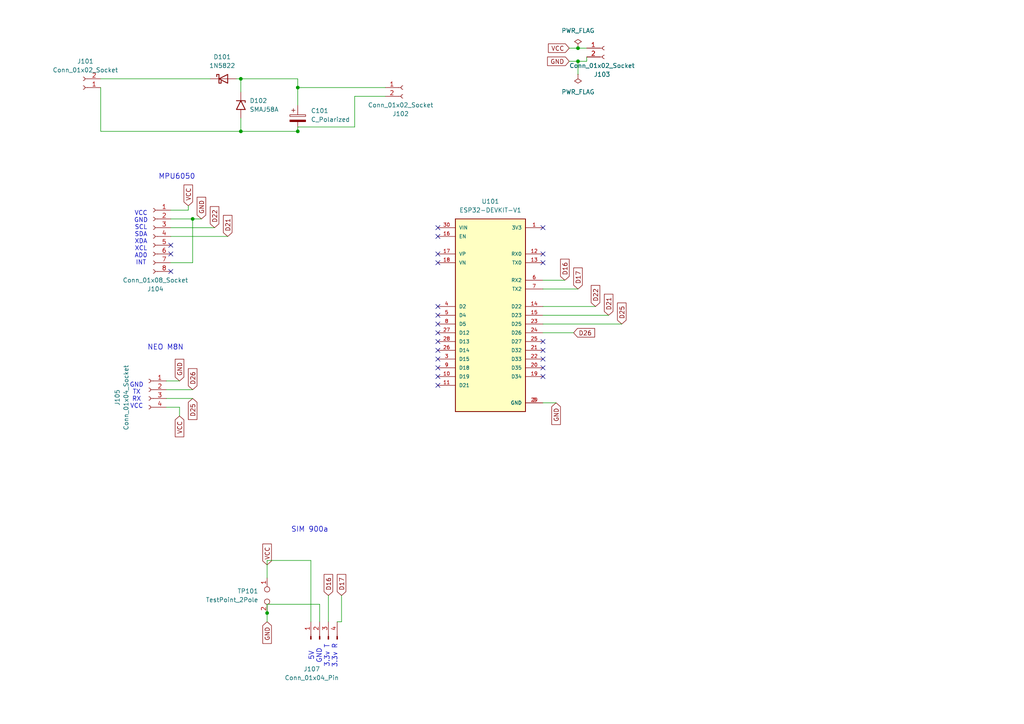
<source format=kicad_sch>
(kicad_sch (version 20250114) (generator "eeschema") (generator_version "9.0")
  (paper "A4")
  (lib_symbols
    (symbol "Connector:Conn_01x02_Socket" (pin_names (offset 1.016) (hide yes))
      (property "Reference" "J" (at 0 2.54 0))
      (property "Value" "Conn_01x02_Socket" (at 0 -5.08 0))
      (symbol "Conn_01x02_Socket_1_1"
        (polyline (pts (xy -1.27 0) (xy -0.508 0)) (stroke (width 0.1524)))
        (polyline (pts (xy -1.27 -2.54) (xy -0.508 -2.54)) (stroke (width 0.1524)))
        (arc (start 0 -0.508) (mid -0.5058 0) (end 0 0.508) (stroke (width 0.1524)))
        (arc (start 0 -3.048) (mid -0.5058 -2.54) (end 0 -2.032) (stroke (width 0.1524)))
        (pin passive line (at -5.08 0 0) (length 3.81) (name "Pin_1") (number "1"))
        (pin passive line (at -5.08 -2.54 0) (length 3.81) (name "Pin_2") (number "2"))
      )
    )
    (symbol "Connector:Conn_01x04_Pin" (pin_names (offset 1.016) (hide yes))
      (property "Reference" "J" (at 0 5.08 0))
      (property "Value" "Conn_01x04_Pin" (at 0 -7.62 0))
      (symbol "Conn_01x04_Pin_1_1"
        (rectangle (start 0.8636 2.667) (end 0 2.413) (stroke (width 0.1524)) (fill (type outline)))
        (rectangle (start 0.8636 0.127) (end 0 -0.127) (stroke (width 0.1524)) (fill (type outline)))
        (rectangle (start 0.8636 -2.413) (end 0 -2.667) (stroke (width 0.1524)) (fill (type outline)))
        (rectangle (start 0.8636 -4.953) (end 0 -5.207) (stroke (width 0.1524)) (fill (type outline)))
        (polyline (pts (xy 1.27 2.54) (xy 0.8636 2.54)) (stroke (width 0.1524)))
        (polyline (pts (xy 1.27 0) (xy 0.8636 0)) (stroke (width 0.1524)))
        (polyline (pts (xy 1.27 -2.54) (xy 0.8636 -2.54)) (stroke (width 0.1524)))
        (polyline (pts (xy 1.27 -5.08) (xy 0.8636 -5.08)) (stroke (width 0.1524)))
        (pin passive line (at 5.08 2.54 180) (length 3.81) (name "Pin_1") (number "1"))
        (pin passive line (at 5.08 0 180) (length 3.81) (name "Pin_2") (number "2"))
        (pin passive line (at 5.08 -2.54 180) (length 3.81) (name "Pin_3") (number "3"))
        (pin passive line (at 5.08 -5.08 180) (length 3.81) (name "Pin_4") (number "4"))
      )
    )
    (symbol "Connector:Conn_01x04_Socket" (pin_names (offset 1.016) (hide yes))
      (property "Reference" "J" (at 0 5.08 0))
      (property "Value" "Conn_01x04_Socket" (at 0 -7.62 0))
      (symbol "Conn_01x04_Socket_1_1"
        (polyline (pts (xy -1.27 2.54) (xy -0.508 2.54)) (stroke (width 0.1524)))
        (polyline (pts (xy -1.27 0) (xy -0.508 0)) (stroke (width 0.1524)))
        (polyline (pts (xy -1.27 -2.54) (xy -0.508 -2.54)) (stroke (width 0.1524)))
        (polyline (pts (xy -1.27 -5.08) (xy -0.508 -5.08)) (stroke (width 0.1524)))
        (arc (start 0 2.032) (mid -0.5058 2.54) (end 0 3.048) (stroke (width 0.1524)))
        (arc (start 0 -0.508) (mid -0.5058 0) (end 0 0.508) (stroke (width 0.1524)))
        (arc (start 0 -3.048) (mid -0.5058 -2.54) (end 0 -2.032) (stroke (width 0.1524)))
        (arc (start 0 -5.588) (mid -0.5058 -5.08) (end 0 -4.572) (stroke (width 0.1524)))
        (pin passive line (at -5.08 2.54 0) (length 3.81) (name "Pin_1") (number "1"))
        (pin passive line (at -5.08 0 0) (length 3.81) (name "Pin_2") (number "2"))
        (pin passive line (at -5.08 -2.54 0) (length 3.81) (name "Pin_3") (number "3"))
        (pin passive line (at -5.08 -5.08 0) (length 3.81) (name "Pin_4") (number "4"))
      )
    )
    (symbol "Connector:Conn_01x08_Socket" (pin_names (offset 1.016) (hide yes))
      (property "Reference" "J" (at 0 10.16 0))
      (property "Value" "Conn_01x08_Socket" (at 0 -12.7 0))
      (symbol "Conn_01x08_Socket_1_1"
        (polyline (pts (xy -1.27 7.62) (xy -0.508 7.62)) (stroke (width 0.1524)))
        (polyline (pts (xy -1.27 5.08) (xy -0.508 5.08)) (stroke (width 0.1524)))
        (polyline (pts (xy -1.27 2.54) (xy -0.508 2.54)) (stroke (width 0.1524)))
        (polyline (pts (xy -1.27 0) (xy -0.508 0)) (stroke (width 0.1524)))
        (polyline (pts (xy -1.27 -2.54) (xy -0.508 -2.54)) (stroke (width 0.1524)))
        (polyline (pts (xy -1.27 -5.08) (xy -0.508 -5.08)) (stroke (width 0.1524)))
        (polyline (pts (xy -1.27 -7.62) (xy -0.508 -7.62)) (stroke (width 0.1524)))
        (polyline (pts (xy -1.27 -10.16) (xy -0.508 -10.16)) (stroke (width 0.1524)))
        (arc (start 0 7.112) (mid -0.5058 7.62) (end 0 8.128) (stroke (width 0.1524)))
        (arc (start 0 4.572) (mid -0.5058 5.08) (end 0 5.588) (stroke (width 0.1524)))
        (arc (start 0 2.032) (mid -0.5058 2.54) (end 0 3.048) (stroke (width 0.1524)))
        (arc (start 0 -0.508) (mid -0.5058 0) (end 0 0.508) (stroke (width 0.1524)))
        (arc (start 0 -3.048) (mid -0.5058 -2.54) (end 0 -2.032) (stroke (width 0.1524)))
        (arc (start 0 -5.588) (mid -0.5058 -5.08) (end 0 -4.572) (stroke (width 0.1524)))
        (arc (start 0 -8.128) (mid -0.5058 -7.62) (end 0 -7.112) (stroke (width 0.1524)))
        (arc (start 0 -10.668) (mid -0.5058 -10.16) (end 0 -9.652) (stroke (width 0.1524)))
        (pin passive line (at -5.08 7.62 0) (length 3.81) (name "Pin_1") (number "1"))
        (pin passive line (at -5.08 5.08 0) (length 3.81) (name "Pin_2") (number "2"))
        (pin passive line (at -5.08 2.54 0) (length 3.81) (name "Pin_3") (number "3"))
        (pin passive line (at -5.08 0 0) (length 3.81) (name "Pin_4") (number "4"))
        (pin passive line (at -5.08 -2.54 0) (length 3.81) (name "Pin_5") (number "5"))
        (pin passive line (at -5.08 -5.08 0) (length 3.81) (name "Pin_6") (number "6"))
        (pin passive line (at -5.08 -7.62 0) (length 3.81) (name "Pin_7") (number "7"))
        (pin passive line (at -5.08 -10.16 0) (length 3.81) (name "Pin_8") (number "8"))
      )
    )
    (symbol "Connector:TestPoint_2Pole" (pin_names (offset 0.762) (hide yes))
      (property "Reference" "TP" (at 0 1.524 0))
      (property "Value" "TestPoint_2Pole" (at 0 -1.778 0))
      (symbol "TestPoint_2Pole_0_1"
        (circle (center -1.778 0) (radius 0.762))
        (circle (center 1.778 0) (radius 0.762))
        (pin passive line (at -5.08 0 0) (length 2.54) (name "1") (number "1"))
        (pin passive line (at 5.08 0 180) (length 2.54) (name "2") (number "2"))
      )
    )
    (symbol "Device:C_Polarized" (pin_numbers (hide yes)) (pin_names (offset 0.254))
      (property "Reference" "C" (at 0.635 2.54 0))
      (property "Value" "C_Polarized" (at 0.635 -2.54 0))
      (symbol "C_Polarized_0_1"
        (rectangle (start -2.286 0.508) (end 2.286 1.016))
        (polyline (pts (xy -1.778 2.286) (xy -0.762 2.286)))
        (polyline (pts (xy -1.27 2.794) (xy -1.27 1.778)))
        (rectangle (start 2.286 -0.508) (end -2.286 -1.016) (fill (type outline)))
      )
      (symbol "C_Polarized_1_1"
        (pin passive line (at 0 3.81 270) (length 2.794) (name "~") (number "1"))
        (pin passive line (at 0 -3.81 90) (length 2.794) (name "~") (number "2"))
      )
    )
    (symbol "Diode:1N5822" (pin_numbers (hide yes)) (pin_names (offset 1.016) (hide yes))
      (property "Reference" "D" (at 0 2.54 0))
      (property "Value" "1N5822" (at 0 -2.54 0))
      (symbol "1N5822_0_1"
        (polyline (pts (xy -1.905 0.635) (xy -1.905 1.27) (xy -1.27 1.27) (xy -1.27 -1.27) (xy -0.635 -1.27) (xy -0.635 -0.635)) (stroke (width 0.254)))
        (polyline (pts (xy 1.27 1.27) (xy 1.27 -1.27) (xy -1.27 0) (xy 1.27 1.27)) (stroke (width 0.254)))
        (polyline (pts (xy 1.27 0) (xy -1.27 0)))
      )
      (symbol "1N5822_1_1"
        (pin passive line (at -3.81 0 0) (length 2.54) (name "K") (number "1"))
        (pin passive line (at 3.81 0 180) (length 2.54) (name "A") (number "2"))
      )
    )
    (symbol "Diode:SMAJ58A" (pin_numbers (hide yes)) (pin_names (offset 1.016) (hide yes))
      (property "Reference" "D" (at 0 2.54 0))
      (property "Value" "SMAJ58A" (at 0 -2.54 0))
      (symbol "SMAJ58A_0_1"
        (polyline (pts (xy -0.762 1.27) (xy -1.27 1.27) (xy -1.27 -1.27)) (stroke (width 0.254)))
        (polyline (pts (xy 1.27 1.27) (xy 1.27 -1.27) (xy -1.27 0) (xy 1.27 1.27)) (stroke (width 0.254)))
      )
      (symbol "SMAJ58A_1_1"
        (pin passive line (at -3.81 0 0) (length 2.54) (name "A1") (number "1"))
        (pin passive line (at 3.81 0 180) (length 2.54) (name "A2") (number "2"))
      )
    )
    (symbol "ESP32-DEVKIT-V1:ESP32-DEVKIT-V1" (pin_names (offset 1.016))
      (property "Reference" "U" (at -10.16 30.48 0))
      (property "Value" "ESP32-DEVKIT-V1" (at -10.16 -30.48 0))
      (symbol "ESP32-DEVKIT-V1_0_0"
        (rectangle (start -10.16 -27.94) (end 10.16 27.94) (stroke (width 0.254)) (fill (type background)))
        (pin input line (at -15.24 25.4 0) (length 5.08) (name "VIN") (number "30"))
        (pin input line (at -15.24 22.86 0) (length 5.08) (name "EN") (number "16"))
        (pin bidirectional line (at -15.24 17.78 0) (length 5.08) (name "VP") (number "17"))
        (pin bidirectional line (at -15.24 15.24 0) (length 5.08) (name "VN") (number "18"))
        (pin bidirectional line (at -15.24 2.54 0) (length 5.08) (name "D2") (number "4"))
        (pin bidirectional line (at -15.24 0 0) (length 5.08) (name "D4") (number "5"))
        (pin bidirectional line (at -15.24 -2.54 0) (length 5.08) (name "D5") (number "8"))
        (pin bidirectional line (at -15.24 -5.08 0) (length 5.08) (name "D12") (number "27"))
        (pin bidirectional line (at -15.24 -7.62 0) (length 5.08) (name "D13") (number "28"))
        (pin bidirectional line (at -15.24 -10.16 0) (length 5.08) (name "D14") (number "26"))
        (pin bidirectional line (at -15.24 -12.7 0) (length 5.08) (name "D15") (number "3"))
        (pin bidirectional line (at -15.24 -15.24 0) (length 5.08) (name "D18") (number "9"))
        (pin bidirectional line (at -15.24 -17.78 0) (length 5.08) (name "D19") (number "10"))
        (pin bidirectional line (at -15.24 -20.32 0) (length 5.08) (name "D21") (number "11"))
        (pin output line (at 15.24 25.4 180) (length 5.08) (name "3V3") (number "1"))
        (pin input line (at 15.24 17.78 180) (length 5.08) (name "RX0") (number "12"))
        (pin output line (at 15.24 15.24 180) (length 5.08) (name "TX0") (number "13"))
        (pin input line (at 15.24 10.16 180) (length 5.08) (name "RX2") (number "6"))
        (pin output line (at 15.24 7.62 180) (length 5.08) (name "TX2") (number "7"))
        (pin bidirectional line (at 15.24 2.54 180) (length 5.08) (name "D22") (number "14"))
        (pin bidirectional line (at 15.24 0 180) (length 5.08) (name "D23") (number "15"))
        (pin bidirectional line (at 15.24 -2.54 180) (length 5.08) (name "D25") (number "23"))
        (pin bidirectional line (at 15.24 -5.08 180) (length 5.08) (name "D26") (number "24"))
        (pin bidirectional line (at 15.24 -7.62 180) (length 5.08) (name "D27") (number "25"))
        (pin bidirectional line (at 15.24 -10.16 180) (length 5.08) (name "D32") (number "21"))
        (pin bidirectional line (at 15.24 -12.7 180) (length 5.08) (name "D33") (number "22"))
        (pin bidirectional line (at 15.24 -15.24 180) (length 5.08) (name "D35") (number "20"))
        (pin bidirectional line (at 15.24 -17.78 180) (length 5.08) (name "D34") (number "19"))
        (pin power_in line (at 15.24 -25.4 180) (length 5.08) (name "GND") (number "2"))
        (pin power_in line (at 15.24 -25.4 180) (length 5.08) (name "GND") (number "29"))
      )
    )
    (symbol "power:PWR_FLAG" (power) (pin_numbers (hide yes)) (pin_names (offset 0) (hide yes))
      (property "Value" "PWR_FLAG" (at 0 3.81 0))
      (symbol "PWR_FLAG_0_0"
        (pin power_out line (at 0 0 90) (length 0) (name "~") (number "1"))
      )
      (symbol "PWR_FLAG_0_1"
        (polyline (pts (xy 0 0) (xy 0 1.27) (xy -1.016 1.905) (xy 0 2.54) (xy 1.016 1.905) (xy 0 1.27)))
      )
    )
  )
  (text "VCC\nGND\nSCL\nSDA\nXDA\nXCL\nAD0\nINT" (at 40.894 69.088 0) (effects (font (size 1.27 1.27))))
  (text "5V\nGND\n3.3v T\n3.3v R" (at 93.726 190.246 90) (effects (font (size 1.4 1.4))))
  (text "SIM 900a " (at 90.424 153.67 0) (effects (font (size 1.5 1.5))))
  (text "NEO M8N" (at 48.006 100.838 0) (effects (font (size 1.5 1.5))))
  (text "GND\nTX\nRX\nVCC" (at 39.624 114.808 0) (effects (font (size 1.27 1.27))))
  (text "MPU6050" (at 51.308 51.308 0) (effects (font (size 1.5 1.5))))
  (junction (at 55.88 63.5))
  (junction (at 69.85 38.1))
  (junction (at 86.36 38.1))
  (junction (at 86.36 25.4))
  (junction (at 167.64 17.78))
  (junction (at 77.47 177.8))
  (junction (at 167.64 13.97))
  (junction (at 69.85 22.86))
  (no_connect (at 127 104.14))
  (no_connect (at 127 96.52))
  (no_connect (at 157.48 101.6))
  (no_connect (at 49.53 71.12))
  (no_connect (at 157.48 106.68))
  (no_connect (at 127 99.06))
  (no_connect (at 127 73.66))
  (no_connect (at 127 101.6))
  (no_connect (at 127 66.04))
  (no_connect (at 127 88.9))
  (no_connect (at 157.48 66.04))
  (no_connect (at 157.48 104.14))
  (no_connect (at 49.53 73.66))
  (no_connect (at 157.48 76.2))
  (no_connect (at 157.48 73.66))
  (no_connect (at 127 93.98))
  (no_connect (at 127 106.68))
  (no_connect (at 157.48 99.06))
  (no_connect (at 127 109.22))
  (no_connect (at 127 68.58))
  (no_connect (at 127 111.76))
  (no_connect (at 157.48 109.22))
  (no_connect (at 127 91.44))
  (no_connect (at 127 76.2))
  (no_connect (at 49.53 78.74))
  (wire (pts (xy 69.85 22.86) (xy 86.36 22.86)))
  (wire (pts (xy 48.26 118.11) (xy 52.07 118.11)))
  (wire (pts (xy 165.1 13.97) (xy 167.64 13.97)))
  (wire (pts (xy 86.36 25.4) (xy 86.36 30.48)))
  (wire (pts (xy 167.64 17.78) (xy 170.18 17.78)))
  (wire (pts (xy 167.64 21.59) (xy 167.64 17.78)))
  (wire (pts (xy 167.64 13.97) (xy 170.18 13.97)))
  (wire (pts (xy 90.17 180.34) (xy 90.17 162.56)))
  (wire (pts (xy 157.48 83.82) (xy 167.64 83.82)))
  (wire (pts (xy 48.26 115.57) (xy 55.88 115.57)))
  (wire (pts (xy 48.26 110.49) (xy 52.07 110.49)))
  (wire (pts (xy 77.47 162.56) (xy 77.47 167.64)))
  (wire (pts (xy 55.88 76.2) (xy 55.88 63.5)))
  (wire (pts (xy 49.53 66.04) (xy 62.23 66.04)))
  (wire (pts (xy 77.47 177.8) (xy 77.47 180.34)))
  (wire (pts (xy 92.71 180.34) (xy 92.71 175.26)))
  (wire (pts (xy 49.53 76.2) (xy 55.88 76.2)))
  (wire (pts (xy 102.87 27.94) (xy 102.87 36.83)))
  (wire (pts (xy 157.48 96.52) (xy 166.37 96.52)))
  (wire (pts (xy 49.53 63.5) (xy 55.88 63.5)))
  (wire (pts (xy 90.17 162.56) (xy 77.47 162.56)))
  (wire (pts (xy 69.85 34.29) (xy 69.85 38.1)))
  (wire (pts (xy 68.58 22.86) (xy 69.85 22.86)))
  (wire (pts (xy 165.1 17.78) (xy 167.64 17.78)))
  (wire (pts (xy 99.06 172.72) (xy 99.06 180.34)))
  (wire (pts (xy 157.48 116.84) (xy 161.29 116.84)))
  (wire (pts (xy 86.36 22.86) (xy 86.36 25.4)))
  (wire (pts (xy 111.76 27.94) (xy 102.87 27.94)))
  (wire (pts (xy 29.21 22.86) (xy 60.96 22.86)))
  (wire (pts (xy 111.76 25.4) (xy 86.36 25.4)))
  (wire (pts (xy 170.18 17.78) (xy 170.18 16.51)))
  (wire (pts (xy 29.21 25.4) (xy 29.21 38.1)))
  (wire (pts (xy 157.48 93.98) (xy 180.34 93.98)))
  (wire (pts (xy 95.25 172.72) (xy 95.25 180.34)))
  (wire (pts (xy 29.21 38.1) (xy 69.85 38.1)))
  (wire (pts (xy 69.85 38.1) (xy 86.36 38.1)))
  (wire (pts (xy 157.48 81.28) (xy 163.83 81.28)))
  (wire (pts (xy 77.47 175.26) (xy 92.71 175.26)))
  (wire (pts (xy 52.07 118.11) (xy 52.07 120.65)))
  (wire (pts (xy 69.85 22.86) (xy 69.85 26.67)))
  (wire (pts (xy 99.06 180.34) (xy 97.79 180.34)))
  (wire (pts (xy 86.36 36.83) (xy 86.36 38.1)))
  (wire (pts (xy 77.47 175.26) (xy 77.47 177.8)))
  (wire (pts (xy 157.48 91.44) (xy 176.53 91.44)))
  (wire (pts (xy 48.26 113.03) (xy 55.88 113.03)))
  (wire (pts (xy 102.87 36.83) (xy 86.36 36.83)))
  (wire (pts (xy 49.53 60.96) (xy 54.61 60.96)))
  (wire (pts (xy 55.88 63.5) (xy 58.42 63.5)))
  (wire (pts (xy 157.48 88.9) (xy 172.72 88.9)))
  (wire (pts (xy 54.61 60.96) (xy 54.61 59.69)))
  (wire (pts (xy 49.53 68.58) (xy 66.04 68.58)))
  (global_label "D17" (shape input) (at 99.06 172.72 90) (property "Intersheetrefs" "${INTERSHEET_REFS}" (effects (hide yes))))
  (global_label "VCC" (shape input) (at 52.07 120.65 270) (property "Intersheetrefs" "${INTERSHEET_REFS}" (effects (hide yes))))
  (global_label "D26" (shape input) (at 166.37 96.52 0) (property "Intersheetrefs" "${INTERSHEET_REFS}" (effects (hide yes))))
  (global_label "VCC" (shape input) (at 77.47 163.83 90) (property "Intersheetrefs" "${INTERSHEET_REFS}" (effects (hide yes))))
  (global_label "VCC" (shape input) (at 54.61 59.69 90) (property "Intersheetrefs" "${INTERSHEET_REFS}" (effects (hide yes))))
  (global_label "GND" (shape input) (at 165.1 17.78 180) (property "Intersheetrefs" "${INTERSHEET_REFS}" (effects (hide yes))))
  (global_label "D16" (shape input) (at 163.83 81.28 90) (property "Intersheetrefs" "${INTERSHEET_REFS}" (effects (hide yes))))
  (global_label "D22" (shape input) (at 62.23 66.04 90) (property "Intersheetrefs" "${INTERSHEET_REFS}" (effects (hide yes))))
  (global_label "D22" (shape input) (at 172.72 88.9 90) (property "Intersheetrefs" "${INTERSHEET_REFS}" (effects (hide yes))))
  (global_label "GND" (shape input) (at 77.47 180.34 270) (property "Intersheetrefs" "${INTERSHEET_REFS}" (effects (hide yes))))
  (global_label "D26" (shape input) (at 55.88 113.03 90) (property "Intersheetrefs" "${INTERSHEET_REFS}" (effects (hide yes))))
  (global_label "GND" (shape input) (at 161.29 116.84 270) (property "Intersheetrefs" "${INTERSHEET_REFS}" (effects (hide yes))))
  (global_label "GND" (shape input) (at 58.42 63.5 90) (property "Intersheetrefs" "${INTERSHEET_REFS}" (effects (hide yes))))
  (global_label "GND" (shape input) (at 52.07 110.49 90) (property "Intersheetrefs" "${INTERSHEET_REFS}" (effects (hide yes))))
  (global_label "D21" (shape input) (at 176.53 91.44 90) (property "Intersheetrefs" "${INTERSHEET_REFS}" (effects (hide yes))))
  (global_label "D17" (shape input) (at 167.64 83.82 90) (property "Intersheetrefs" "${INTERSHEET_REFS}" (effects (hide yes))))
  (global_label "D25" (shape input) (at 55.88 115.57 270) (property "Intersheetrefs" "${INTERSHEET_REFS}" (effects (hide yes))))
  (global_label "D25" (shape input) (at 180.34 93.98 90) (property "Intersheetrefs" "${INTERSHEET_REFS}" (effects (hide yes))))
  (global_label "D21" (shape input) (at 66.04 68.58 90) (property "Intersheetrefs" "${INTERSHEET_REFS}" (effects (hide yes))))
  (global_label "VCC" (shape input) (at 165.1 13.97 180) (property "Intersheetrefs" "${INTERSHEET_REFS}" (effects (hide yes))))
  (global_label "D16" (shape input) (at 95.25 172.72 90) (property "Intersheetrefs" "${INTERSHEET_REFS}" (effects (hide yes))))
  (symbol (lib_id "Connector:Conn_01x04_Socket") (at 43.18 113.03 0) (mirror y) (unit 1)
    (property "Reference" "J105" (at 34.036 115.316 90))
    (property "Value" "Conn_01x04_Socket" (at 36.576 115.316 90))
    (property "Footprint" "Connector_PinSocket_2.54mm:PinSocket_1x04_P2.54mm_Vertical" (effects (hide yes)))
    (property "Description" "Generic connector, single row, 01x04, script generated" (effects (hide yes)))
  )
  (symbol (lib_id "power:PWR_FLAG") (at 167.64 13.97 0) (unit 1)
    (property "Reference" "#FLG0101" (effects (hide yes)))
    (property "Value" "PWR_FLAG" (at 167.64 8.89 0))
    (property "Description" "Special symbol for telling ERC where power comes from" (effects (hide yes)))
  )
  (symbol (lib_id "Connector:Conn_01x02_Socket") (at 175.26 13.97 0) (unit 1)
    (property "Reference" "J103" (at 174.625 21.59 0))
    (property "Value" "Conn_01x02_Socket" (at 174.625 19.05 0))
    (property "Footprint" "Connector_JST:JST_XH_B2B-XH-AM_1x02_P2.50mm_Vertical" (effects (hide yes)))
    (property "Description" "Generic connector, single row, 01x02, script generated" (effects (hide yes)))
  )
  (symbol (lib_id "power:PWR_FLAG") (at 167.64 21.59 180) (unit 1)
    (property "Reference" "#FLG0102" (effects (hide yes)))
    (property "Value" "PWR_FLAG" (at 167.64 26.67 0))
    (property "Description" "Special symbol for telling ERC where power comes from" (effects (hide yes)))
  )
  (symbol (lib_id "Device:C_Polarized") (at 86.36 34.29 0) (unit 1)
    (property "Reference" "C101" (at 90.17 32.1309 0) (effects (justify left)))
    (property "Value" "C_Polarized" (at 90.17 34.6709 0) (effects (justify left)))
    (property "Footprint" "TestPoint:TestPoint_THTPad_D2.5mm_Drill1.2mm" (effects (hide yes)))
    (property "Description" "Polarized capacitor" (effects (hide yes)))
  )
  (symbol (lib_id "Connector:TestPoint_2Pole") (at 77.47 172.72 90) (mirror x) (unit 1)
    (property "Reference" "TP101" (at 74.93 171.4499 90) (effects (justify left)))
    (property "Value" "TestPoint_2Pole" (at 74.93 173.9899 90) (effects (justify left)))
    (property "Description" "2-polar test point" (effects (hide yes)))
  )
  (symbol (lib_id "Diode:1N5822") (at 64.77 22.86 0) (unit 1)
    (property "Reference" "D101" (at 64.4525 16.51 0))
    (property "Value" "1N5822" (at 64.4525 19.05 0))
    (property "Footprint" "Diode_THT:D_DO-201AD_P15.24mm_Horizontal" (effects (hide yes)))
    (property "Datasheet" "http://www.vishay.com/docs/88526/1n5820.pdf" (effects (hide yes)))
    (property "Description" "40V 3A Schottky Barrier Rectifier Diode, DO-201AD" (effects (hide yes)))
  )
  (symbol (lib_id "Connector:Conn_01x08_Socket") (at 44.45 68.58 0) (mirror y) (unit 1)
    (property "Reference" "J104" (at 45.085 83.82 0))
    (property "Value" "Conn_01x08_Socket" (at 45.085 81.28 0))
    (property "Footprint" "Connector_PinSocket_2.54mm:PinSocket_1x08_P2.54mm_Vertical" (effects (hide yes)))
    (property "Description" "Generic connector, single row, 01x08, script generated" (effects (hide yes)))
  )
  (symbol (lib_id "ESP32-DEVKIT-V1:ESP32-DEVKIT-V1") (at 142.24 91.44 0) (unit 1)
    (property "Reference" "U101" (at 142.24 58.42 0))
    (property "Value" "ESP32-DEVKIT-V1" (at 142.24 60.96 0))
    (property "Footprint" "ESP32_Modules:MODULE_ESP32_DEVKIT_V1" (effects (hide yes)))
    (property "MF" "Do it" (effects (hide yes)))
    (property "MAXIMUM_PACKAGE_HEIGHT" "6.8 mm" (effects (hide yes)))
    (property "Package" "None" (effects (hide yes)))
    (property "Price" "None" (effects (hide yes)))
    (property "Check_prices" "https://www.snapeda.com/parts/ESP32-DEVKIT-V1/Do+it/view-part/?ref=eda" (effects (hide yes)))
    (property "STANDARD" "Manufacturer Recommendations" (effects (hide yes)))
    (property "PARTREV" "N/A" (effects (hide yes)))
    (property "SnapEDA_Link" "https://www.snapeda.com/parts/ESP32-DEVKIT-V1/Do+it/view-part/?ref=snap" (effects (hide yes)))
    (property "MP" "ESP32-DEVKIT-V1" (effects (hide yes)))
    (property "Description_1" "Dual core, Wi-Fi: 2.4 GHz up to 150 Mbits/s,BLE (Bluetooth Low Energy) and legacy Bluetooth, 32 bits, Up to 240 MHz" (effects (hide yes)))
    (property "Availability" "Not in stock" (effects (hide yes)))
    (property "MANUFACTURER" "DOIT" (effects (hide yes)))
  )
  (symbol (lib_id "Connector:Conn_01x02_Socket") (at 116.84 25.4 0) (unit 1)
    (property "Reference" "J102" (at 116.205 33.02 0))
    (property "Value" "Conn_01x02_Socket" (at 116.205 30.48 0))
    (property "Footprint" "Connector_JST:JST_XH_B2B-XH-AM_1x02_P2.50mm_Vertical" (effects (hide yes)))
    (property "Description" "Generic connector, single row, 01x02, script generated" (effects (hide yes)))
  )
  (symbol (lib_id "Connector:Conn_01x04_Pin") (at 92.71 185.42 90) (unit 1)
    (property "Reference" "J107" (at 90.424 194.056 90))
    (property "Value" "Conn_01x04_Pin" (at 90.424 196.596 90))
    (property "Footprint" "Connector_PinSocket_2.54mm:PinSocket_1x04_P2.54mm_Vertical" (effects (hide yes)))
    (property "Description" "Generic connector, single row, 01x04, script generated" (effects (hide yes)))
  )
  (symbol (lib_id "Connector:Conn_01x02_Socket") (at 24.13 25.4 180) (unit 1)
    (property "Reference" "J101" (at 24.765 17.78 0))
    (property "Value" "Conn_01x02_Socket" (at 24.765 20.32 0))
    (property "Footprint" "Connector_JST:JST_XH_B2B-XH-AM_1x02_P2.50mm_Vertical" (effects (hide yes)))
    (property "Description" "Generic connector, single row, 01x02, script generated" (effects (hide yes)))
  )
  (symbol (lib_id "Diode:SMAJ58A") (at 69.85 30.48 270) (unit 1)
    (property "Reference" "D102" (at 72.39 29.2099 90) (effects (justify left)))
    (property "Value" "SMAJ58A" (at 72.39 31.7499 90) (effects (justify left)))
    (property "Footprint" "Diode_SMD:D_SMA" (effects (hide yes)))
    (property "Datasheet" "https://www.littelfuse.com/media?resourcetype=datasheets&itemid=75e32973-b177-4ee3-a0ff-cedaf1abdb93&filename=smaj-datasheet" (effects (hide yes)))
    (property "Description" "400W unidirectional Transient Voltage Suppressor, 58.0Vr, SMA(DO-214AC)" (effects (hide yes)))
  )
)
</source>
